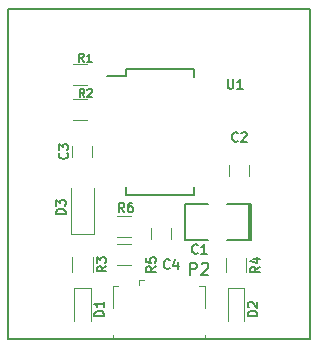
<source format=gbr>
G04 #@! TF.FileFunction,Legend,Top*
%FSLAX46Y46*%
G04 Gerber Fmt 4.6, Leading zero omitted, Abs format (unit mm)*
G04 Created by KiCad (PCBNEW 4.0.6) date 08/29/18 06:26:35*
%MOMM*%
%LPD*%
G01*
G04 APERTURE LIST*
%ADD10C,0.100000*%
%ADD11C,0.150000*%
%ADD12C,0.120000*%
G04 APERTURE END LIST*
D10*
D11*
X164231000Y-62735000D02*
X138711000Y-62735000D01*
X164231000Y-90685000D02*
X164231000Y-62735000D01*
X138711000Y-90685000D02*
X164231000Y-90685000D01*
X138711000Y-62745000D02*
X138711000Y-90685000D01*
X159275000Y-82299000D02*
X159275000Y-79251000D01*
X155592000Y-79251000D02*
X153687000Y-79251000D01*
X153687000Y-79251000D02*
X153687000Y-82299000D01*
X153687000Y-82299000D02*
X155592000Y-82299000D01*
X157243000Y-82299000D02*
X159275000Y-82299000D01*
X159075000Y-82299000D02*
X159075000Y-79251000D01*
X159275000Y-79251000D02*
X157243000Y-79251000D01*
D12*
X157411000Y-75935000D02*
X157411000Y-76935000D01*
X159111000Y-76935000D02*
X159111000Y-75935000D01*
X144071000Y-74325000D02*
X144071000Y-75325000D01*
X145771000Y-75325000D02*
X145771000Y-74325000D01*
X150801000Y-81275000D02*
X150801000Y-82275000D01*
X152501000Y-82275000D02*
X152501000Y-81275000D01*
X145681000Y-86375000D02*
X144281000Y-86375000D01*
X144281000Y-86375000D02*
X144281000Y-89175000D01*
X145681000Y-86375000D02*
X145681000Y-89175000D01*
X158671000Y-86375000D02*
X157271000Y-86375000D01*
X157271000Y-86375000D02*
X157271000Y-89175000D01*
X158671000Y-86375000D02*
X158671000Y-89175000D01*
X143971000Y-81805000D02*
X145971000Y-81805000D01*
X145971000Y-81805000D02*
X145971000Y-77905000D01*
X143971000Y-81805000D02*
X143971000Y-77905000D01*
X145371000Y-69215000D02*
X144171000Y-69215000D01*
X144171000Y-67455000D02*
X145371000Y-67455000D01*
X145361000Y-72135000D02*
X144161000Y-72135000D01*
X144161000Y-70375000D02*
X145361000Y-70375000D01*
X144101000Y-84995000D02*
X144101000Y-83795000D01*
X145861000Y-83795000D02*
X145861000Y-84995000D01*
X157091000Y-85045000D02*
X157091000Y-83845000D01*
X158851000Y-83845000D02*
X158851000Y-85045000D01*
X147901000Y-80305000D02*
X149101000Y-80305000D01*
X149101000Y-82065000D02*
X147901000Y-82065000D01*
X149101000Y-84445000D02*
X147901000Y-84445000D01*
X147901000Y-82685000D02*
X149101000Y-82685000D01*
D11*
X148646000Y-67840000D02*
X148646000Y-68415000D01*
X154396000Y-67840000D02*
X154396000Y-68490000D01*
X154396000Y-78490000D02*
X154396000Y-77840000D01*
X148646000Y-78490000D02*
X148646000Y-77840000D01*
X148646000Y-67840000D02*
X154396000Y-67840000D01*
X148646000Y-78490000D02*
X154396000Y-78490000D01*
X148646000Y-68415000D02*
X147046000Y-68415000D01*
D12*
X147531000Y-86225000D02*
X147981000Y-86225000D01*
X147531000Y-88075000D02*
X147531000Y-86225000D01*
X155331000Y-90625000D02*
X155331000Y-90375000D01*
X147531000Y-90625000D02*
X147531000Y-90375000D01*
X155331000Y-88075000D02*
X155331000Y-86225000D01*
X155331000Y-86225000D02*
X154881000Y-86225000D01*
X149731000Y-85675000D02*
X150181000Y-85675000D01*
X149731000Y-85675000D02*
X149731000Y-86125000D01*
D11*
X154737667Y-83410714D02*
X154699572Y-83448810D01*
X154585286Y-83486905D01*
X154509096Y-83486905D01*
X154394810Y-83448810D01*
X154318619Y-83372619D01*
X154280524Y-83296429D01*
X154242429Y-83144048D01*
X154242429Y-83029762D01*
X154280524Y-82877381D01*
X154318619Y-82801190D01*
X154394810Y-82725000D01*
X154509096Y-82686905D01*
X154585286Y-82686905D01*
X154699572Y-82725000D01*
X154737667Y-82763095D01*
X155499572Y-83486905D02*
X155042429Y-83486905D01*
X155271000Y-83486905D02*
X155271000Y-82686905D01*
X155194810Y-82801190D01*
X155118619Y-82877381D01*
X155042429Y-82915476D01*
X158117667Y-73920714D02*
X158079572Y-73958810D01*
X157965286Y-73996905D01*
X157889096Y-73996905D01*
X157774810Y-73958810D01*
X157698619Y-73882619D01*
X157660524Y-73806429D01*
X157622429Y-73654048D01*
X157622429Y-73539762D01*
X157660524Y-73387381D01*
X157698619Y-73311190D01*
X157774810Y-73235000D01*
X157889096Y-73196905D01*
X157965286Y-73196905D01*
X158079572Y-73235000D01*
X158117667Y-73273095D01*
X158422429Y-73273095D02*
X158460524Y-73235000D01*
X158536715Y-73196905D01*
X158727191Y-73196905D01*
X158803381Y-73235000D01*
X158841477Y-73273095D01*
X158879572Y-73349286D01*
X158879572Y-73425476D01*
X158841477Y-73539762D01*
X158384334Y-73996905D01*
X158879572Y-73996905D01*
X143706714Y-74958333D02*
X143744810Y-74996428D01*
X143782905Y-75110714D01*
X143782905Y-75186904D01*
X143744810Y-75301190D01*
X143668619Y-75377381D01*
X143592429Y-75415476D01*
X143440048Y-75453571D01*
X143325762Y-75453571D01*
X143173381Y-75415476D01*
X143097190Y-75377381D01*
X143021000Y-75301190D01*
X142982905Y-75186904D01*
X142982905Y-75110714D01*
X143021000Y-74996428D01*
X143059095Y-74958333D01*
X142982905Y-74691666D02*
X142982905Y-74196428D01*
X143287667Y-74463095D01*
X143287667Y-74348809D01*
X143325762Y-74272619D01*
X143363857Y-74234523D01*
X143440048Y-74196428D01*
X143630524Y-74196428D01*
X143706714Y-74234523D01*
X143744810Y-74272619D01*
X143782905Y-74348809D01*
X143782905Y-74577381D01*
X143744810Y-74653571D01*
X143706714Y-74691666D01*
X152347667Y-84680714D02*
X152309572Y-84718810D01*
X152195286Y-84756905D01*
X152119096Y-84756905D01*
X152004810Y-84718810D01*
X151928619Y-84642619D01*
X151890524Y-84566429D01*
X151852429Y-84414048D01*
X151852429Y-84299762D01*
X151890524Y-84147381D01*
X151928619Y-84071190D01*
X152004810Y-83995000D01*
X152119096Y-83956905D01*
X152195286Y-83956905D01*
X152309572Y-83995000D01*
X152347667Y-84033095D01*
X153033381Y-84223571D02*
X153033381Y-84756905D01*
X152842905Y-83918810D02*
X152652429Y-84490238D01*
X153147667Y-84490238D01*
X146792905Y-88765476D02*
X145992905Y-88765476D01*
X145992905Y-88575000D01*
X146031000Y-88460714D01*
X146107190Y-88384523D01*
X146183381Y-88346428D01*
X146335762Y-88308333D01*
X146450048Y-88308333D01*
X146602429Y-88346428D01*
X146678619Y-88384523D01*
X146754810Y-88460714D01*
X146792905Y-88575000D01*
X146792905Y-88765476D01*
X146792905Y-87546428D02*
X146792905Y-88003571D01*
X146792905Y-87775000D02*
X145992905Y-87775000D01*
X146107190Y-87851190D01*
X146183381Y-87927381D01*
X146221476Y-88003571D01*
X159782905Y-88765476D02*
X158982905Y-88765476D01*
X158982905Y-88575000D01*
X159021000Y-88460714D01*
X159097190Y-88384523D01*
X159173381Y-88346428D01*
X159325762Y-88308333D01*
X159440048Y-88308333D01*
X159592429Y-88346428D01*
X159668619Y-88384523D01*
X159744810Y-88460714D01*
X159782905Y-88575000D01*
X159782905Y-88765476D01*
X159059095Y-88003571D02*
X159021000Y-87965476D01*
X158982905Y-87889285D01*
X158982905Y-87698809D01*
X159021000Y-87622619D01*
X159059095Y-87584523D01*
X159135286Y-87546428D01*
X159211476Y-87546428D01*
X159325762Y-87584523D01*
X159782905Y-88041666D01*
X159782905Y-87546428D01*
X143542905Y-80145476D02*
X142742905Y-80145476D01*
X142742905Y-79955000D01*
X142781000Y-79840714D01*
X142857190Y-79764523D01*
X142933381Y-79726428D01*
X143085762Y-79688333D01*
X143200048Y-79688333D01*
X143352429Y-79726428D01*
X143428619Y-79764523D01*
X143504810Y-79840714D01*
X143542905Y-79955000D01*
X143542905Y-80145476D01*
X142742905Y-79421666D02*
X142742905Y-78926428D01*
X143047667Y-79193095D01*
X143047667Y-79078809D01*
X143085762Y-79002619D01*
X143123857Y-78964523D01*
X143200048Y-78926428D01*
X143390524Y-78926428D01*
X143466714Y-78964523D01*
X143504810Y-79002619D01*
X143542905Y-79078809D01*
X143542905Y-79307381D01*
X143504810Y-79383571D01*
X143466714Y-79421666D01*
X145094334Y-67231667D02*
X144861000Y-66898333D01*
X144694334Y-67231667D02*
X144694334Y-66531667D01*
X144961000Y-66531667D01*
X145027667Y-66565000D01*
X145061000Y-66598333D01*
X145094334Y-66665000D01*
X145094334Y-66765000D01*
X145061000Y-66831667D01*
X145027667Y-66865000D01*
X144961000Y-66898333D01*
X144694334Y-66898333D01*
X145761000Y-67231667D02*
X145361000Y-67231667D01*
X145561000Y-67231667D02*
X145561000Y-66531667D01*
X145494334Y-66631667D01*
X145427667Y-66698333D01*
X145361000Y-66731667D01*
X145134334Y-70221667D02*
X144901000Y-69888333D01*
X144734334Y-70221667D02*
X144734334Y-69521667D01*
X145001000Y-69521667D01*
X145067667Y-69555000D01*
X145101000Y-69588333D01*
X145134334Y-69655000D01*
X145134334Y-69755000D01*
X145101000Y-69821667D01*
X145067667Y-69855000D01*
X145001000Y-69888333D01*
X144734334Y-69888333D01*
X145401000Y-69588333D02*
X145434334Y-69555000D01*
X145501000Y-69521667D01*
X145667667Y-69521667D01*
X145734334Y-69555000D01*
X145767667Y-69588333D01*
X145801000Y-69655000D01*
X145801000Y-69721667D01*
X145767667Y-69821667D01*
X145367667Y-70221667D01*
X145801000Y-70221667D01*
X146992905Y-84528333D02*
X146611952Y-84795000D01*
X146992905Y-84985476D02*
X146192905Y-84985476D01*
X146192905Y-84680714D01*
X146231000Y-84604523D01*
X146269095Y-84566428D01*
X146345286Y-84528333D01*
X146459571Y-84528333D01*
X146535762Y-84566428D01*
X146573857Y-84604523D01*
X146611952Y-84680714D01*
X146611952Y-84985476D01*
X146192905Y-84261666D02*
X146192905Y-83766428D01*
X146497667Y-84033095D01*
X146497667Y-83918809D01*
X146535762Y-83842619D01*
X146573857Y-83804523D01*
X146650048Y-83766428D01*
X146840524Y-83766428D01*
X146916714Y-83804523D01*
X146954810Y-83842619D01*
X146992905Y-83918809D01*
X146992905Y-84147381D01*
X146954810Y-84223571D01*
X146916714Y-84261666D01*
X159982905Y-84578333D02*
X159601952Y-84845000D01*
X159982905Y-85035476D02*
X159182905Y-85035476D01*
X159182905Y-84730714D01*
X159221000Y-84654523D01*
X159259095Y-84616428D01*
X159335286Y-84578333D01*
X159449571Y-84578333D01*
X159525762Y-84616428D01*
X159563857Y-84654523D01*
X159601952Y-84730714D01*
X159601952Y-85035476D01*
X159449571Y-83892619D02*
X159982905Y-83892619D01*
X159144810Y-84083095D02*
X159716238Y-84273571D01*
X159716238Y-83778333D01*
X151192905Y-84558333D02*
X150811952Y-84825000D01*
X151192905Y-85015476D02*
X150392905Y-85015476D01*
X150392905Y-84710714D01*
X150431000Y-84634523D01*
X150469095Y-84596428D01*
X150545286Y-84558333D01*
X150659571Y-84558333D01*
X150735762Y-84596428D01*
X150773857Y-84634523D01*
X150811952Y-84710714D01*
X150811952Y-85015476D01*
X150392905Y-83834523D02*
X150392905Y-84215476D01*
X150773857Y-84253571D01*
X150735762Y-84215476D01*
X150697667Y-84139285D01*
X150697667Y-83948809D01*
X150735762Y-83872619D01*
X150773857Y-83834523D01*
X150850048Y-83796428D01*
X151040524Y-83796428D01*
X151116714Y-83834523D01*
X151154810Y-83872619D01*
X151192905Y-83948809D01*
X151192905Y-84139285D01*
X151154810Y-84215476D01*
X151116714Y-84253571D01*
X148497667Y-79956905D02*
X148231000Y-79575952D01*
X148040524Y-79956905D02*
X148040524Y-79156905D01*
X148345286Y-79156905D01*
X148421477Y-79195000D01*
X148459572Y-79233095D01*
X148497667Y-79309286D01*
X148497667Y-79423571D01*
X148459572Y-79499762D01*
X148421477Y-79537857D01*
X148345286Y-79575952D01*
X148040524Y-79575952D01*
X149183381Y-79156905D02*
X149031000Y-79156905D01*
X148954810Y-79195000D01*
X148916715Y-79233095D01*
X148840524Y-79347381D01*
X148802429Y-79499762D01*
X148802429Y-79804524D01*
X148840524Y-79880714D01*
X148878619Y-79918810D01*
X148954810Y-79956905D01*
X149107191Y-79956905D01*
X149183381Y-79918810D01*
X149221477Y-79880714D01*
X149259572Y-79804524D01*
X149259572Y-79614048D01*
X149221477Y-79537857D01*
X149183381Y-79499762D01*
X149107191Y-79461667D01*
X148954810Y-79461667D01*
X148878619Y-79499762D01*
X148840524Y-79537857D01*
X148802429Y-79614048D01*
X157281476Y-68716905D02*
X157281476Y-69364524D01*
X157319571Y-69440714D01*
X157357667Y-69478810D01*
X157433857Y-69516905D01*
X157586238Y-69516905D01*
X157662429Y-69478810D01*
X157700524Y-69440714D01*
X157738619Y-69364524D01*
X157738619Y-68716905D01*
X158538619Y-69516905D02*
X158081476Y-69516905D01*
X158310047Y-69516905D02*
X158310047Y-68716905D01*
X158233857Y-68831190D01*
X158157666Y-68907381D01*
X158081476Y-68945476D01*
X154102905Y-85247381D02*
X154102905Y-84247381D01*
X154483858Y-84247381D01*
X154579096Y-84295000D01*
X154626715Y-84342619D01*
X154674334Y-84437857D01*
X154674334Y-84580714D01*
X154626715Y-84675952D01*
X154579096Y-84723571D01*
X154483858Y-84771190D01*
X154102905Y-84771190D01*
X155055286Y-84342619D02*
X155102905Y-84295000D01*
X155198143Y-84247381D01*
X155436239Y-84247381D01*
X155531477Y-84295000D01*
X155579096Y-84342619D01*
X155626715Y-84437857D01*
X155626715Y-84533095D01*
X155579096Y-84675952D01*
X155007667Y-85247381D01*
X155626715Y-85247381D01*
M02*

</source>
